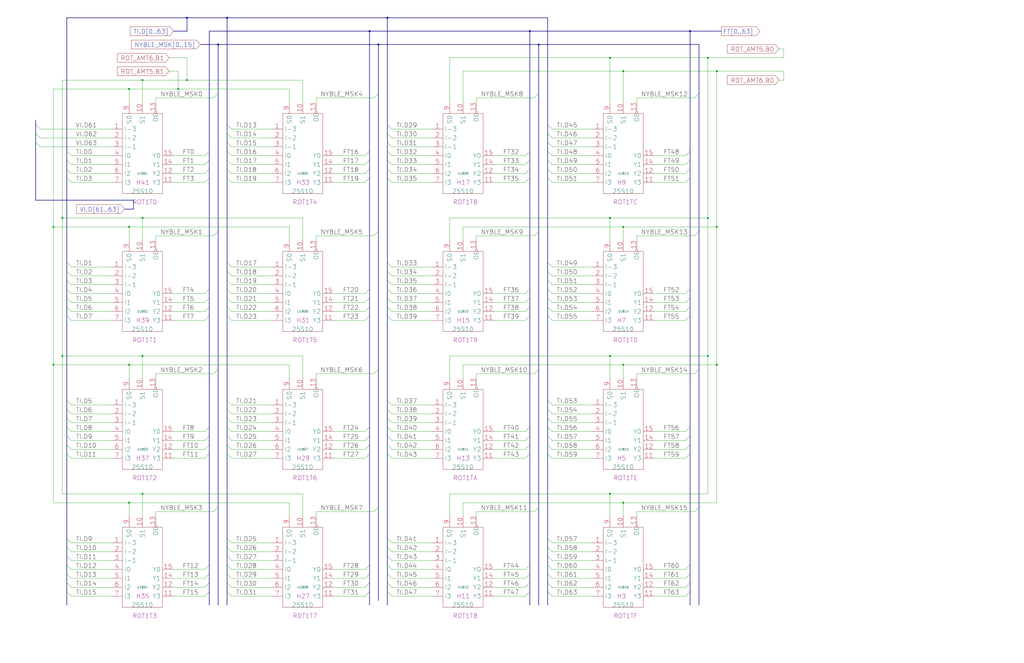
<source format=kicad_sch>
(kicad_sch (version 20220126) (generator eeschema)
  (paper "User" 584.2 378.46)
  (title_block (title "ROTATOR TIER1/TYPE HALF") (date "20-MAR-90") (rev "1.0") (comment 1 "FIU") (comment 2 "232-003065") (comment 3 "S400") (comment 4 "RELEASED"))
  (bus (pts (xy 106.68 10.16) (xy 129.54 10.16)))
  (bus (pts (xy 106.68 17.78) (xy 106.68 10.16)))
  (bus (pts (xy 114.3 25.4) (xy 124.46 25.4)))
  (bus (pts (xy 119.38 101.6) (xy 119.38 165.1)))
  (bus (pts (xy 119.38 165.1) (xy 119.38 170.18)))
  (bus (pts (xy 119.38 17.78) (xy 119.38 86.36)))
  (bus (pts (xy 119.38 17.78) (xy 210.82 17.78)))
  (bus (pts (xy 119.38 170.18) (xy 119.38 175.26)))
  (bus (pts (xy 119.38 175.26) (xy 119.38 180.34)))
  (bus (pts (xy 119.38 180.34) (xy 119.38 243.84)))
  (bus (pts (xy 119.38 243.84) (xy 119.38 248.92)))
  (bus (pts (xy 119.38 248.92) (xy 119.38 254)))
  (bus (pts (xy 119.38 254) (xy 119.38 259.08)))
  (bus (pts (xy 119.38 259.08) (xy 119.38 322.58)))
  (bus (pts (xy 119.38 322.58) (xy 119.38 327.66)))
  (bus (pts (xy 119.38 327.66) (xy 119.38 332.74)))
  (bus (pts (xy 119.38 332.74) (xy 119.38 337.82)))
  (bus (pts (xy 119.38 337.82) (xy 119.38 345.44)))
  (bus (pts (xy 119.38 86.36) (xy 119.38 91.44)))
  (bus (pts (xy 119.38 91.44) (xy 119.38 96.52)))
  (bus (pts (xy 119.38 96.52) (xy 119.38 101.6)))
  (bus (pts (xy 124.46 132.08) (xy 124.46 210.82)))
  (bus (pts (xy 124.46 210.82) (xy 124.46 289.56)))
  (bus (pts (xy 124.46 25.4) (xy 124.46 53.34)))
  (bus (pts (xy 124.46 25.4) (xy 215.9 25.4)))
  (bus (pts (xy 124.46 289.56) (xy 124.46 345.44)))
  (bus (pts (xy 124.46 53.34) (xy 124.46 132.08)))
  (bus (pts (xy 129.54 10.16) (xy 129.54 71.12)))
  (bus (pts (xy 129.54 10.16) (xy 220.98 10.16)))
  (bus (pts (xy 129.54 101.6) (xy 129.54 149.86)))
  (bus (pts (xy 129.54 149.86) (xy 129.54 154.94)))
  (bus (pts (xy 129.54 154.94) (xy 129.54 160.02)))
  (bus (pts (xy 129.54 160.02) (xy 129.54 165.1)))
  (bus (pts (xy 129.54 165.1) (xy 129.54 170.18)))
  (bus (pts (xy 129.54 170.18) (xy 129.54 175.26)))
  (bus (pts (xy 129.54 175.26) (xy 129.54 180.34)))
  (bus (pts (xy 129.54 180.34) (xy 129.54 228.6)))
  (bus (pts (xy 129.54 228.6) (xy 129.54 233.68)))
  (bus (pts (xy 129.54 233.68) (xy 129.54 238.76)))
  (bus (pts (xy 129.54 238.76) (xy 129.54 243.84)))
  (bus (pts (xy 129.54 243.84) (xy 129.54 248.92)))
  (bus (pts (xy 129.54 248.92) (xy 129.54 254)))
  (bus (pts (xy 129.54 254) (xy 129.54 259.08)))
  (bus (pts (xy 129.54 259.08) (xy 129.54 307.34)))
  (bus (pts (xy 129.54 307.34) (xy 129.54 312.42)))
  (bus (pts (xy 129.54 312.42) (xy 129.54 317.5)))
  (bus (pts (xy 129.54 317.5) (xy 129.54 322.58)))
  (bus (pts (xy 129.54 322.58) (xy 129.54 327.66)))
  (bus (pts (xy 129.54 327.66) (xy 129.54 332.74)))
  (bus (pts (xy 129.54 332.74) (xy 129.54 337.82)))
  (bus (pts (xy 129.54 337.82) (xy 129.54 345.44)))
  (bus (pts (xy 129.54 71.12) (xy 129.54 76.2)))
  (bus (pts (xy 129.54 76.2) (xy 129.54 81.28)))
  (bus (pts (xy 129.54 81.28) (xy 129.54 86.36)))
  (bus (pts (xy 129.54 86.36) (xy 129.54 91.44)))
  (bus (pts (xy 129.54 91.44) (xy 129.54 96.52)))
  (bus (pts (xy 129.54 96.52) (xy 129.54 101.6)))
  (bus (pts (xy 20.32 68.58) (xy 20.32 71.12)))
  (bus (pts (xy 20.32 71.12) (xy 20.32 76.2)))
  (bus (pts (xy 20.32 76.2) (xy 20.32 81.28)))
  (bus (pts (xy 20.32 81.28) (xy 20.32 114.3)))
  (bus (pts (xy 210.82 101.6) (xy 210.82 165.1)))
  (bus (pts (xy 210.82 165.1) (xy 210.82 170.18)))
  (bus (pts (xy 210.82 17.78) (xy 210.82 86.36)))
  (bus (pts (xy 210.82 17.78) (xy 302.26 17.78)))
  (bus (pts (xy 210.82 170.18) (xy 210.82 175.26)))
  (bus (pts (xy 210.82 175.26) (xy 210.82 180.34)))
  (bus (pts (xy 210.82 180.34) (xy 210.82 243.84)))
  (bus (pts (xy 210.82 243.84) (xy 210.82 248.92)))
  (bus (pts (xy 210.82 248.92) (xy 210.82 254)))
  (bus (pts (xy 210.82 254) (xy 210.82 259.08)))
  (bus (pts (xy 210.82 259.08) (xy 210.82 322.58)))
  (bus (pts (xy 210.82 322.58) (xy 210.82 327.66)))
  (bus (pts (xy 210.82 327.66) (xy 210.82 332.74)))
  (bus (pts (xy 210.82 332.74) (xy 210.82 337.82)))
  (bus (pts (xy 210.82 337.82) (xy 210.82 345.44)))
  (bus (pts (xy 210.82 86.36) (xy 210.82 91.44)))
  (bus (pts (xy 210.82 91.44) (xy 210.82 96.52)))
  (bus (pts (xy 210.82 96.52) (xy 210.82 101.6)))
  (bus (pts (xy 215.9 132.08) (xy 215.9 210.82)))
  (bus (pts (xy 215.9 210.82) (xy 215.9 289.56)))
  (bus (pts (xy 215.9 25.4) (xy 215.9 53.34)))
  (bus (pts (xy 215.9 25.4) (xy 307.34 25.4)))
  (bus (pts (xy 215.9 289.56) (xy 215.9 342.9)))
  (bus (pts (xy 215.9 53.34) (xy 215.9 132.08)))
  (bus (pts (xy 220.98 10.16) (xy 220.98 71.12)))
  (bus (pts (xy 220.98 10.16) (xy 312.42 10.16)))
  (bus (pts (xy 220.98 101.6) (xy 220.98 149.86)))
  (bus (pts (xy 220.98 149.86) (xy 220.98 154.94)))
  (bus (pts (xy 220.98 154.94) (xy 220.98 160.02)))
  (bus (pts (xy 220.98 160.02) (xy 220.98 165.1)))
  (bus (pts (xy 220.98 165.1) (xy 220.98 170.18)))
  (bus (pts (xy 220.98 170.18) (xy 220.98 175.26)))
  (bus (pts (xy 220.98 175.26) (xy 220.98 180.34)))
  (bus (pts (xy 220.98 180.34) (xy 220.98 228.6)))
  (bus (pts (xy 220.98 228.6) (xy 220.98 233.68)))
  (bus (pts (xy 220.98 233.68) (xy 220.98 238.76)))
  (bus (pts (xy 220.98 238.76) (xy 220.98 243.84)))
  (bus (pts (xy 220.98 243.84) (xy 220.98 248.92)))
  (bus (pts (xy 220.98 248.92) (xy 220.98 254)))
  (bus (pts (xy 220.98 254) (xy 220.98 259.08)))
  (bus (pts (xy 220.98 259.08) (xy 220.98 307.34)))
  (bus (pts (xy 220.98 307.34) (xy 220.98 312.42)))
  (bus (pts (xy 220.98 312.42) (xy 220.98 317.5)))
  (bus (pts (xy 220.98 317.5) (xy 220.98 322.58)))
  (bus (pts (xy 220.98 322.58) (xy 220.98 327.66)))
  (bus (pts (xy 220.98 327.66) (xy 220.98 332.74)))
  (bus (pts (xy 220.98 332.74) (xy 220.98 337.82)))
  (bus (pts (xy 220.98 337.82) (xy 220.98 345.44)))
  (bus (pts (xy 220.98 71.12) (xy 220.98 76.2)))
  (bus (pts (xy 220.98 76.2) (xy 220.98 81.28)))
  (bus (pts (xy 220.98 81.28) (xy 220.98 86.36)))
  (bus (pts (xy 220.98 86.36) (xy 220.98 91.44)))
  (bus (pts (xy 220.98 91.44) (xy 220.98 96.52)))
  (bus (pts (xy 220.98 96.52) (xy 220.98 101.6)))
  (bus (pts (xy 302.26 101.6) (xy 302.26 165.1)))
  (bus (pts (xy 302.26 165.1) (xy 302.26 170.18)))
  (bus (pts (xy 302.26 17.78) (xy 302.26 86.36)))
  (bus (pts (xy 302.26 17.78) (xy 393.7 17.78)))
  (bus (pts (xy 302.26 170.18) (xy 302.26 175.26)))
  (bus (pts (xy 302.26 175.26) (xy 302.26 180.34)))
  (bus (pts (xy 302.26 180.34) (xy 302.26 243.84)))
  (bus (pts (xy 302.26 243.84) (xy 302.26 248.92)))
  (bus (pts (xy 302.26 248.92) (xy 302.26 254)))
  (bus (pts (xy 302.26 254) (xy 302.26 259.08)))
  (bus (pts (xy 302.26 259.08) (xy 302.26 322.58)))
  (bus (pts (xy 302.26 322.58) (xy 302.26 327.66)))
  (bus (pts (xy 302.26 327.66) (xy 302.26 332.74)))
  (bus (pts (xy 302.26 332.74) (xy 302.26 337.82)))
  (bus (pts (xy 302.26 337.82) (xy 302.26 345.44)))
  (bus (pts (xy 302.26 86.36) (xy 302.26 91.44)))
  (bus (pts (xy 302.26 91.44) (xy 302.26 96.52)))
  (bus (pts (xy 302.26 96.52) (xy 302.26 101.6)))
  (bus (pts (xy 307.34 132.08) (xy 307.34 210.82)))
  (bus (pts (xy 307.34 210.82) (xy 307.34 289.56)))
  (bus (pts (xy 307.34 25.4) (xy 307.34 53.34)))
  (bus (pts (xy 307.34 25.4) (xy 398.78 25.4)))
  (bus (pts (xy 307.34 289.56) (xy 307.34 345.44)))
  (bus (pts (xy 307.34 53.34) (xy 307.34 132.08)))
  (bus (pts (xy 312.42 10.16) (xy 312.42 71.12)))
  (bus (pts (xy 312.42 101.6) (xy 312.42 149.86)))
  (bus (pts (xy 312.42 149.86) (xy 312.42 154.94)))
  (bus (pts (xy 312.42 154.94) (xy 312.42 160.02)))
  (bus (pts (xy 312.42 160.02) (xy 312.42 165.1)))
  (bus (pts (xy 312.42 165.1) (xy 312.42 170.18)))
  (bus (pts (xy 312.42 170.18) (xy 312.42 175.26)))
  (bus (pts (xy 312.42 175.26) (xy 312.42 180.34)))
  (bus (pts (xy 312.42 180.34) (xy 312.42 228.6)))
  (bus (pts (xy 312.42 228.6) (xy 312.42 233.68)))
  (bus (pts (xy 312.42 233.68) (xy 312.42 238.76)))
  (bus (pts (xy 312.42 238.76) (xy 312.42 243.84)))
  (bus (pts (xy 312.42 243.84) (xy 312.42 248.92)))
  (bus (pts (xy 312.42 248.92) (xy 312.42 254)))
  (bus (pts (xy 312.42 254) (xy 312.42 259.08)))
  (bus (pts (xy 312.42 259.08) (xy 312.42 307.34)))
  (bus (pts (xy 312.42 307.34) (xy 312.42 312.42)))
  (bus (pts (xy 312.42 312.42) (xy 312.42 317.5)))
  (bus (pts (xy 312.42 317.5) (xy 312.42 322.58)))
  (bus (pts (xy 312.42 322.58) (xy 312.42 327.66)))
  (bus (pts (xy 312.42 327.66) (xy 312.42 332.74)))
  (bus (pts (xy 312.42 332.74) (xy 312.42 337.82)))
  (bus (pts (xy 312.42 337.82) (xy 312.42 345.44)))
  (bus (pts (xy 312.42 71.12) (xy 312.42 76.2)))
  (bus (pts (xy 312.42 76.2) (xy 312.42 81.28)))
  (bus (pts (xy 312.42 81.28) (xy 312.42 86.36)))
  (bus (pts (xy 312.42 86.36) (xy 312.42 91.44)))
  (bus (pts (xy 312.42 91.44) (xy 312.42 96.52)))
  (bus (pts (xy 312.42 96.52) (xy 312.42 101.6)))
  (bus (pts (xy 38.1 10.16) (xy 106.68 10.16)))
  (bus (pts (xy 38.1 10.16) (xy 38.1 86.36)))
  (bus (pts (xy 38.1 101.6) (xy 38.1 149.86)))
  (bus (pts (xy 38.1 149.86) (xy 38.1 154.94)))
  (bus (pts (xy 38.1 154.94) (xy 38.1 160.02)))
  (bus (pts (xy 38.1 160.02) (xy 38.1 165.1)))
  (bus (pts (xy 38.1 165.1) (xy 38.1 170.18)))
  (bus (pts (xy 38.1 170.18) (xy 38.1 175.26)))
  (bus (pts (xy 38.1 175.26) (xy 38.1 180.34)))
  (bus (pts (xy 38.1 180.34) (xy 38.1 228.6)))
  (bus (pts (xy 38.1 228.6) (xy 38.1 233.68)))
  (bus (pts (xy 38.1 233.68) (xy 38.1 238.76)))
  (bus (pts (xy 38.1 238.76) (xy 38.1 243.84)))
  (bus (pts (xy 38.1 243.84) (xy 38.1 248.92)))
  (bus (pts (xy 38.1 248.92) (xy 38.1 254)))
  (bus (pts (xy 38.1 254) (xy 38.1 259.08)))
  (bus (pts (xy 38.1 259.08) (xy 38.1 307.34)))
  (bus (pts (xy 38.1 307.34) (xy 38.1 312.42)))
  (bus (pts (xy 38.1 312.42) (xy 38.1 317.5)))
  (bus (pts (xy 38.1 317.5) (xy 38.1 322.58)))
  (bus (pts (xy 38.1 322.58) (xy 38.1 327.66)))
  (bus (pts (xy 38.1 327.66) (xy 38.1 332.74)))
  (bus (pts (xy 38.1 332.74) (xy 38.1 337.82)))
  (bus (pts (xy 38.1 337.82) (xy 38.1 345.44)))
  (bus (pts (xy 38.1 86.36) (xy 38.1 91.44)))
  (bus (pts (xy 38.1 91.44) (xy 38.1 96.52)))
  (bus (pts (xy 38.1 96.52) (xy 38.1 101.6)))
  (bus (pts (xy 393.7 101.6) (xy 393.7 165.1)))
  (bus (pts (xy 393.7 165.1) (xy 393.7 170.18)))
  (bus (pts (xy 393.7 17.78) (xy 393.7 86.36)))
  (bus (pts (xy 393.7 17.78) (xy 411.48 17.78)))
  (bus (pts (xy 393.7 170.18) (xy 393.7 175.26)))
  (bus (pts (xy 393.7 175.26) (xy 393.7 180.34)))
  (bus (pts (xy 393.7 180.34) (xy 393.7 243.84)))
  (bus (pts (xy 393.7 243.84) (xy 393.7 248.92)))
  (bus (pts (xy 393.7 248.92) (xy 393.7 254)))
  (bus (pts (xy 393.7 254) (xy 393.7 259.08)))
  (bus (pts (xy 393.7 259.08) (xy 393.7 322.58)))
  (bus (pts (xy 393.7 322.58) (xy 393.7 327.66)))
  (bus (pts (xy 393.7 327.66) (xy 393.7 332.74)))
  (bus (pts (xy 393.7 332.74) (xy 393.7 337.82)))
  (bus (pts (xy 393.7 337.82) (xy 393.7 345.44)))
  (bus (pts (xy 393.7 86.36) (xy 393.7 91.44)))
  (bus (pts (xy 393.7 91.44) (xy 393.7 96.52)))
  (bus (pts (xy 393.7 96.52) (xy 393.7 101.6)))
  (bus (pts (xy 398.78 132.08) (xy 398.78 210.82)))
  (bus (pts (xy 398.78 210.82) (xy 398.78 289.56)))
  (bus (pts (xy 398.78 25.4) (xy 398.78 53.34)))
  (bus (pts (xy 398.78 289.56) (xy 398.78 345.44)))
  (bus (pts (xy 398.78 53.34) (xy 398.78 132.08)))
  (bus (pts (xy 71.12 119.38) (xy 76.2 119.38)))
  (bus (pts (xy 76.2 114.3) (xy 20.32 114.3)))
  (bus (pts (xy 76.2 119.38) (xy 76.2 114.3)))
  (bus (pts (xy 99.06 17.78) (xy 106.68 17.78)))
  (wire (pts (xy 101.6 40.64) (xy 101.6 50.8)))
  (wire (pts (xy 101.6 50.8) (xy 165.1 50.8)))
  (wire (pts (xy 106.68 33.02) (xy 106.68 45.72)))
  (wire (pts (xy 106.68 45.72) (xy 172.72 45.72)))
  (wire (pts (xy 132.08 104.14) (xy 154.94 104.14)))
  (wire (pts (xy 132.08 152.4) (xy 154.94 152.4)))
  (wire (pts (xy 132.08 157.48) (xy 154.94 157.48)))
  (wire (pts (xy 132.08 162.56) (xy 154.94 162.56)))
  (wire (pts (xy 132.08 167.64) (xy 154.94 167.64)))
  (wire (pts (xy 132.08 172.72) (xy 154.94 172.72)))
  (wire (pts (xy 132.08 177.8) (xy 154.94 177.8)))
  (wire (pts (xy 132.08 182.88) (xy 154.94 182.88)))
  (wire (pts (xy 132.08 231.14) (xy 154.94 231.14)))
  (wire (pts (xy 132.08 236.22) (xy 154.94 236.22)))
  (wire (pts (xy 132.08 241.3) (xy 154.94 241.3)))
  (wire (pts (xy 132.08 246.38) (xy 154.94 246.38)))
  (wire (pts (xy 132.08 251.46) (xy 154.94 251.46)))
  (wire (pts (xy 132.08 256.54) (xy 154.94 256.54)))
  (wire (pts (xy 132.08 261.62) (xy 154.94 261.62)))
  (wire (pts (xy 132.08 309.88) (xy 154.94 309.88)))
  (wire (pts (xy 132.08 314.96) (xy 154.94 314.96)))
  (wire (pts (xy 132.08 320.04) (xy 154.94 320.04)))
  (wire (pts (xy 132.08 325.12) (xy 154.94 325.12)))
  (wire (pts (xy 132.08 330.2) (xy 154.94 330.2)))
  (wire (pts (xy 132.08 335.28) (xy 154.94 335.28)))
  (wire (pts (xy 132.08 340.36) (xy 154.94 340.36)))
  (wire (pts (xy 132.08 73.66) (xy 154.94 73.66)))
  (wire (pts (xy 132.08 78.74) (xy 154.94 78.74)))
  (wire (pts (xy 132.08 83.82) (xy 154.94 83.82)))
  (wire (pts (xy 132.08 88.9) (xy 154.94 88.9)))
  (wire (pts (xy 132.08 93.98) (xy 154.94 93.98)))
  (wire (pts (xy 132.08 99.06) (xy 154.94 99.06)))
  (wire (pts (xy 165.1 129.54) (xy 165.1 137.16)))
  (wire (pts (xy 165.1 208.28) (xy 165.1 215.9)))
  (wire (pts (xy 165.1 287.02) (xy 165.1 294.64)))
  (wire (pts (xy 165.1 50.8) (xy 165.1 58.42)))
  (wire (pts (xy 172.72 124.46) (xy 172.72 137.16)))
  (wire (pts (xy 172.72 203.2) (xy 172.72 215.9)))
  (wire (pts (xy 172.72 281.94) (xy 172.72 294.64)))
  (wire (pts (xy 172.72 45.72) (xy 172.72 58.42)))
  (wire (pts (xy 180.34 134.62) (xy 180.34 137.16)))
  (wire (pts (xy 180.34 134.62) (xy 213.36 134.62)))
  (wire (pts (xy 180.34 213.36) (xy 180.34 215.9)))
  (wire (pts (xy 180.34 213.36) (xy 213.36 213.36)))
  (wire (pts (xy 180.34 292.1) (xy 180.34 294.64)))
  (wire (pts (xy 180.34 292.1) (xy 213.36 292.1)))
  (wire (pts (xy 180.34 55.88) (xy 180.34 58.42)))
  (wire (pts (xy 180.34 55.88) (xy 213.36 55.88)))
  (wire (pts (xy 190.5 104.14) (xy 208.28 104.14)))
  (wire (pts (xy 190.5 167.64) (xy 208.28 167.64)))
  (wire (pts (xy 190.5 172.72) (xy 208.28 172.72)))
  (wire (pts (xy 190.5 177.8) (xy 208.28 177.8)))
  (wire (pts (xy 190.5 182.88) (xy 208.28 182.88)))
  (wire (pts (xy 190.5 246.38) (xy 208.28 246.38)))
  (wire (pts (xy 190.5 251.46) (xy 208.28 251.46)))
  (wire (pts (xy 190.5 256.54) (xy 208.28 256.54)))
  (wire (pts (xy 190.5 261.62) (xy 208.28 261.62)))
  (wire (pts (xy 190.5 325.12) (xy 208.28 325.12)))
  (wire (pts (xy 190.5 330.2) (xy 208.28 330.2)))
  (wire (pts (xy 190.5 335.28) (xy 208.28 335.28)))
  (wire (pts (xy 190.5 340.36) (xy 208.28 340.36)))
  (wire (pts (xy 190.5 88.9) (xy 208.28 88.9)))
  (wire (pts (xy 190.5 93.98) (xy 208.28 93.98)))
  (wire (pts (xy 190.5 99.06) (xy 208.28 99.06)))
  (wire (pts (xy 22.86 73.66) (xy 63.5 73.66)))
  (wire (pts (xy 22.86 78.74) (xy 63.5 78.74)))
  (wire (pts (xy 22.86 83.82) (xy 63.5 83.82)))
  (wire (pts (xy 223.52 104.14) (xy 246.38 104.14)))
  (wire (pts (xy 223.52 152.4) (xy 246.38 152.4)))
  (wire (pts (xy 223.52 157.48) (xy 246.38 157.48)))
  (wire (pts (xy 223.52 162.56) (xy 246.38 162.56)))
  (wire (pts (xy 223.52 167.64) (xy 246.38 167.64)))
  (wire (pts (xy 223.52 172.72) (xy 246.38 172.72)))
  (wire (pts (xy 223.52 177.8) (xy 246.38 177.8)))
  (wire (pts (xy 223.52 182.88) (xy 246.38 182.88)))
  (wire (pts (xy 223.52 231.14) (xy 246.38 231.14)))
  (wire (pts (xy 223.52 236.22) (xy 246.38 236.22)))
  (wire (pts (xy 223.52 241.3) (xy 246.38 241.3)))
  (wire (pts (xy 223.52 246.38) (xy 246.38 246.38)))
  (wire (pts (xy 223.52 251.46) (xy 246.38 251.46)))
  (wire (pts (xy 223.52 256.54) (xy 246.38 256.54)))
  (wire (pts (xy 223.52 261.62) (xy 246.38 261.62)))
  (wire (pts (xy 223.52 309.88) (xy 246.38 309.88)))
  (wire (pts (xy 223.52 314.96) (xy 246.38 314.96)))
  (wire (pts (xy 223.52 320.04) (xy 246.38 320.04)))
  (wire (pts (xy 223.52 325.12) (xy 246.38 325.12)))
  (wire (pts (xy 223.52 330.2) (xy 246.38 330.2)))
  (wire (pts (xy 223.52 335.28) (xy 246.38 335.28)))
  (wire (pts (xy 223.52 340.36) (xy 246.38 340.36)))
  (wire (pts (xy 223.52 73.66) (xy 246.38 73.66)))
  (wire (pts (xy 223.52 78.74) (xy 246.38 78.74)))
  (wire (pts (xy 223.52 83.82) (xy 246.38 83.82)))
  (wire (pts (xy 223.52 88.9) (xy 246.38 88.9)))
  (wire (pts (xy 223.52 93.98) (xy 246.38 93.98)))
  (wire (pts (xy 223.52 99.06) (xy 246.38 99.06)))
  (wire (pts (xy 256.54 124.46) (xy 256.54 137.16)))
  (wire (pts (xy 256.54 124.46) (xy 347.98 124.46)))
  (wire (pts (xy 256.54 203.2) (xy 256.54 215.9)))
  (wire (pts (xy 256.54 281.94) (xy 256.54 294.64)))
  (wire (pts (xy 256.54 281.94) (xy 347.98 281.94)))
  (wire (pts (xy 256.54 33.02) (xy 256.54 58.42)))
  (wire (pts (xy 256.54 33.02) (xy 347.98 33.02)))
  (wire (pts (xy 264.16 129.54) (xy 264.16 137.16)))
  (wire (pts (xy 264.16 129.54) (xy 355.6 129.54)))
  (wire (pts (xy 264.16 208.28) (xy 264.16 215.9)))
  (wire (pts (xy 264.16 287.02) (xy 264.16 294.64)))
  (wire (pts (xy 264.16 287.02) (xy 355.6 287.02)))
  (wire (pts (xy 264.16 40.64) (xy 264.16 58.42)))
  (wire (pts (xy 264.16 40.64) (xy 355.6 40.64)))
  (wire (pts (xy 271.78 134.62) (xy 271.78 137.16)))
  (wire (pts (xy 271.78 134.62) (xy 304.8 134.62)))
  (wire (pts (xy 271.78 213.36) (xy 271.78 215.9)))
  (wire (pts (xy 271.78 213.36) (xy 304.8 213.36)))
  (wire (pts (xy 271.78 292.1) (xy 271.78 294.64)))
  (wire (pts (xy 271.78 292.1) (xy 304.8 292.1)))
  (wire (pts (xy 271.78 55.88) (xy 271.78 58.42)))
  (wire (pts (xy 271.78 55.88) (xy 304.8 55.88)))
  (wire (pts (xy 281.94 104.14) (xy 299.72 104.14)))
  (wire (pts (xy 281.94 167.64) (xy 299.72 167.64)))
  (wire (pts (xy 281.94 172.72) (xy 299.72 172.72)))
  (wire (pts (xy 281.94 177.8) (xy 299.72 177.8)))
  (wire (pts (xy 281.94 182.88) (xy 299.72 182.88)))
  (wire (pts (xy 281.94 246.38) (xy 299.72 246.38)))
  (wire (pts (xy 281.94 251.46) (xy 299.72 251.46)))
  (wire (pts (xy 281.94 256.54) (xy 299.72 256.54)))
  (wire (pts (xy 281.94 261.62) (xy 299.72 261.62)))
  (wire (pts (xy 281.94 325.12) (xy 299.72 325.12)))
  (wire (pts (xy 281.94 330.2) (xy 299.72 330.2)))
  (wire (pts (xy 281.94 335.28) (xy 299.72 335.28)))
  (wire (pts (xy 281.94 340.36) (xy 299.72 340.36)))
  (wire (pts (xy 281.94 88.9) (xy 299.72 88.9)))
  (wire (pts (xy 281.94 93.98) (xy 299.72 93.98)))
  (wire (pts (xy 281.94 99.06) (xy 299.72 99.06)))
  (wire (pts (xy 30.48 129.54) (xy 30.48 50.8)))
  (wire (pts (xy 30.48 129.54) (xy 73.66 129.54)))
  (wire (pts (xy 30.48 208.28) (xy 30.48 129.54)))
  (wire (pts (xy 30.48 208.28) (xy 73.66 208.28)))
  (wire (pts (xy 30.48 287.02) (xy 30.48 208.28)))
  (wire (pts (xy 30.48 50.8) (xy 73.66 50.8)))
  (wire (pts (xy 314.96 104.14) (xy 337.82 104.14)))
  (wire (pts (xy 314.96 152.4) (xy 337.82 152.4)))
  (wire (pts (xy 314.96 157.48) (xy 337.82 157.48)))
  (wire (pts (xy 314.96 162.56) (xy 337.82 162.56)))
  (wire (pts (xy 314.96 167.64) (xy 337.82 167.64)))
  (wire (pts (xy 314.96 172.72) (xy 337.82 172.72)))
  (wire (pts (xy 314.96 177.8) (xy 337.82 177.8)))
  (wire (pts (xy 314.96 182.88) (xy 337.82 182.88)))
  (wire (pts (xy 314.96 231.14) (xy 337.82 231.14)))
  (wire (pts (xy 314.96 236.22) (xy 337.82 236.22)))
  (wire (pts (xy 314.96 241.3) (xy 337.82 241.3)))
  (wire (pts (xy 314.96 246.38) (xy 337.82 246.38)))
  (wire (pts (xy 314.96 251.46) (xy 337.82 251.46)))
  (wire (pts (xy 314.96 256.54) (xy 337.82 256.54)))
  (wire (pts (xy 314.96 261.62) (xy 337.82 261.62)))
  (wire (pts (xy 314.96 309.88) (xy 337.82 309.88)))
  (wire (pts (xy 314.96 314.96) (xy 337.82 314.96)))
  (wire (pts (xy 314.96 320.04) (xy 337.82 320.04)))
  (wire (pts (xy 314.96 325.12) (xy 337.82 325.12)))
  (wire (pts (xy 314.96 330.2) (xy 337.82 330.2)))
  (wire (pts (xy 314.96 335.28) (xy 337.82 335.28)))
  (wire (pts (xy 314.96 340.36) (xy 337.82 340.36)))
  (wire (pts (xy 314.96 73.66) (xy 337.82 73.66)))
  (wire (pts (xy 314.96 78.74) (xy 337.82 78.74)))
  (wire (pts (xy 314.96 83.82) (xy 337.82 83.82)))
  (wire (pts (xy 314.96 88.9) (xy 337.82 88.9)))
  (wire (pts (xy 314.96 93.98) (xy 337.82 93.98)))
  (wire (pts (xy 314.96 99.06) (xy 337.82 99.06)))
  (wire (pts (xy 347.98 124.46) (xy 347.98 137.16)))
  (wire (pts (xy 347.98 124.46) (xy 403.86 124.46)))
  (wire (pts (xy 347.98 203.2) (xy 256.54 203.2)))
  (wire (pts (xy 347.98 203.2) (xy 347.98 215.9)))
  (wire (pts (xy 347.98 281.94) (xy 347.98 294.64)))
  (wire (pts (xy 347.98 281.94) (xy 403.86 281.94)))
  (wire (pts (xy 347.98 33.02) (xy 347.98 58.42)))
  (wire (pts (xy 347.98 33.02) (xy 403.86 33.02)))
  (wire (pts (xy 35.56 124.46) (xy 35.56 45.72)))
  (wire (pts (xy 35.56 124.46) (xy 81.28 124.46)))
  (wire (pts (xy 35.56 203.2) (xy 35.56 124.46)))
  (wire (pts (xy 35.56 203.2) (xy 81.28 203.2)))
  (wire (pts (xy 35.56 281.94) (xy 35.56 203.2)))
  (wire (pts (xy 35.56 45.72) (xy 81.28 45.72)))
  (wire (pts (xy 355.6 129.54) (xy 355.6 137.16)))
  (wire (pts (xy 355.6 129.54) (xy 408.94 129.54)))
  (wire (pts (xy 355.6 208.28) (xy 264.16 208.28)))
  (wire (pts (xy 355.6 208.28) (xy 355.6 215.9)))
  (wire (pts (xy 355.6 287.02) (xy 355.6 294.64)))
  (wire (pts (xy 355.6 287.02) (xy 408.94 287.02)))
  (wire (pts (xy 355.6 40.64) (xy 355.6 58.42)))
  (wire (pts (xy 355.6 40.64) (xy 408.94 40.64)))
  (wire (pts (xy 363.22 134.62) (xy 363.22 137.16)))
  (wire (pts (xy 363.22 134.62) (xy 396.24 134.62)))
  (wire (pts (xy 363.22 213.36) (xy 363.22 215.9)))
  (wire (pts (xy 363.22 213.36) (xy 396.24 213.36)))
  (wire (pts (xy 363.22 292.1) (xy 363.22 294.64)))
  (wire (pts (xy 363.22 292.1) (xy 396.24 292.1)))
  (wire (pts (xy 363.22 55.88) (xy 363.22 58.42)))
  (wire (pts (xy 363.22 55.88) (xy 396.24 55.88)))
  (wire (pts (xy 373.38 104.14) (xy 391.16 104.14)))
  (wire (pts (xy 373.38 167.64) (xy 391.16 167.64)))
  (wire (pts (xy 373.38 172.72) (xy 391.16 172.72)))
  (wire (pts (xy 373.38 177.8) (xy 391.16 177.8)))
  (wire (pts (xy 373.38 182.88) (xy 391.16 182.88)))
  (wire (pts (xy 373.38 246.38) (xy 391.16 246.38)))
  (wire (pts (xy 373.38 251.46) (xy 391.16 251.46)))
  (wire (pts (xy 373.38 256.54) (xy 391.16 256.54)))
  (wire (pts (xy 373.38 261.62) (xy 391.16 261.62)))
  (wire (pts (xy 373.38 325.12) (xy 391.16 325.12)))
  (wire (pts (xy 373.38 330.2) (xy 391.16 330.2)))
  (wire (pts (xy 373.38 335.28) (xy 391.16 335.28)))
  (wire (pts (xy 373.38 340.36) (xy 391.16 340.36)))
  (wire (pts (xy 373.38 88.9) (xy 391.16 88.9)))
  (wire (pts (xy 373.38 93.98) (xy 391.16 93.98)))
  (wire (pts (xy 373.38 99.06) (xy 391.16 99.06)))
  (wire (pts (xy 40.64 104.14) (xy 63.5 104.14)))
  (wire (pts (xy 40.64 152.4) (xy 63.5 152.4)))
  (wire (pts (xy 40.64 157.48) (xy 63.5 157.48)))
  (wire (pts (xy 40.64 162.56) (xy 63.5 162.56)))
  (wire (pts (xy 40.64 167.64) (xy 63.5 167.64)))
  (wire (pts (xy 40.64 172.72) (xy 63.5 172.72)))
  (wire (pts (xy 40.64 177.8) (xy 63.5 177.8)))
  (wire (pts (xy 40.64 182.88) (xy 63.5 182.88)))
  (wire (pts (xy 40.64 231.14) (xy 63.5 231.14)))
  (wire (pts (xy 40.64 236.22) (xy 63.5 236.22)))
  (wire (pts (xy 40.64 241.3) (xy 63.5 241.3)))
  (wire (pts (xy 40.64 246.38) (xy 63.5 246.38)))
  (wire (pts (xy 40.64 251.46) (xy 63.5 251.46)))
  (wire (pts (xy 40.64 256.54) (xy 63.5 256.54)))
  (wire (pts (xy 40.64 261.62) (xy 63.5 261.62)))
  (wire (pts (xy 40.64 309.88) (xy 63.5 309.88)))
  (wire (pts (xy 40.64 314.96) (xy 63.5 314.96)))
  (wire (pts (xy 40.64 320.04) (xy 63.5 320.04)))
  (wire (pts (xy 40.64 325.12) (xy 63.5 325.12)))
  (wire (pts (xy 40.64 330.2) (xy 63.5 330.2)))
  (wire (pts (xy 40.64 335.28) (xy 63.5 335.28)))
  (wire (pts (xy 40.64 340.36) (xy 63.5 340.36)))
  (wire (pts (xy 40.64 88.9) (xy 63.5 88.9)))
  (wire (pts (xy 40.64 93.98) (xy 63.5 93.98)))
  (wire (pts (xy 40.64 99.06) (xy 63.5 99.06)))
  (wire (pts (xy 403.86 124.46) (xy 403.86 203.2)))
  (wire (pts (xy 403.86 203.2) (xy 347.98 203.2)))
  (wire (pts (xy 403.86 281.94) (xy 403.86 203.2)))
  (wire (pts (xy 403.86 33.02) (xy 403.86 124.46)))
  (wire (pts (xy 408.94 129.54) (xy 408.94 208.28)))
  (wire (pts (xy 408.94 208.28) (xy 355.6 208.28)))
  (wire (pts (xy 408.94 287.02) (xy 408.94 208.28)))
  (wire (pts (xy 408.94 40.64) (xy 408.94 129.54)))
  (wire (pts (xy 444.5 27.94) (xy 447.04 27.94)))
  (wire (pts (xy 444.5 45.72) (xy 447.04 45.72)))
  (wire (pts (xy 447.04 27.94) (xy 447.04 33.02)))
  (wire (pts (xy 447.04 33.02) (xy 403.86 33.02)))
  (wire (pts (xy 447.04 40.64) (xy 408.94 40.64)))
  (wire (pts (xy 447.04 45.72) (xy 447.04 40.64)))
  (wire (pts (xy 73.66 129.54) (xy 165.1 129.54)))
  (wire (pts (xy 73.66 129.54) (xy 73.66 137.16)))
  (wire (pts (xy 73.66 208.28) (xy 165.1 208.28)))
  (wire (pts (xy 73.66 208.28) (xy 73.66 215.9)))
  (wire (pts (xy 73.66 287.02) (xy 165.1 287.02)))
  (wire (pts (xy 73.66 287.02) (xy 30.48 287.02)))
  (wire (pts (xy 73.66 287.02) (xy 73.66 294.64)))
  (wire (pts (xy 73.66 50.8) (xy 101.6 50.8)))
  (wire (pts (xy 73.66 50.8) (xy 73.66 58.42)))
  (wire (pts (xy 81.28 124.46) (xy 172.72 124.46)))
  (wire (pts (xy 81.28 124.46) (xy 81.28 137.16)))
  (wire (pts (xy 81.28 203.2) (xy 172.72 203.2)))
  (wire (pts (xy 81.28 203.2) (xy 81.28 215.9)))
  (wire (pts (xy 81.28 281.94) (xy 172.72 281.94)))
  (wire (pts (xy 81.28 281.94) (xy 35.56 281.94)))
  (wire (pts (xy 81.28 281.94) (xy 81.28 294.64)))
  (wire (pts (xy 81.28 45.72) (xy 106.68 45.72)))
  (wire (pts (xy 81.28 45.72) (xy 81.28 58.42)))
  (wire (pts (xy 88.9 134.62) (xy 121.92 134.62)))
  (wire (pts (xy 88.9 134.62) (xy 88.9 137.16)))
  (wire (pts (xy 88.9 213.36) (xy 121.92 213.36)))
  (wire (pts (xy 88.9 213.36) (xy 88.9 215.9)))
  (wire (pts (xy 88.9 292.1) (xy 121.92 292.1)))
  (wire (pts (xy 88.9 292.1) (xy 88.9 294.64)))
  (wire (pts (xy 88.9 55.88) (xy 121.92 55.88)))
  (wire (pts (xy 88.9 55.88) (xy 88.9 58.42)))
  (wire (pts (xy 96.52 33.02) (xy 106.68 33.02)))
  (wire (pts (xy 96.52 40.64) (xy 101.6 40.64)))
  (wire (pts (xy 99.06 104.14) (xy 116.84 104.14)))
  (wire (pts (xy 99.06 167.64) (xy 116.84 167.64)))
  (wire (pts (xy 99.06 172.72) (xy 116.84 172.72)))
  (wire (pts (xy 99.06 177.8) (xy 116.84 177.8)))
  (wire (pts (xy 99.06 182.88) (xy 116.84 182.88)))
  (wire (pts (xy 99.06 246.38) (xy 116.84 246.38)))
  (wire (pts (xy 99.06 251.46) (xy 116.84 251.46)))
  (wire (pts (xy 99.06 256.54) (xy 116.84 256.54)))
  (wire (pts (xy 99.06 261.62) (xy 116.84 261.62)))
  (wire (pts (xy 99.06 325.12) (xy 116.84 325.12)))
  (wire (pts (xy 99.06 330.2) (xy 116.84 330.2)))
  (wire (pts (xy 99.06 335.28) (xy 116.84 335.28)))
  (wire (pts (xy 99.06 340.36) (xy 116.84 340.36)))
  (wire (pts (xy 99.06 88.9) (xy 116.84 88.9)))
  (wire (pts (xy 99.06 93.98) (xy 116.84 93.98)))
  (wire (pts (xy 99.06 99.06) (xy 116.84 99.06)))
  (bus_entry (at 20.32 71.12) (size 2.54 2.54))
  (bus_entry (at 20.32 76.2) (size 2.54 2.54))
  (bus_entry (at 20.32 81.28) (size 2.54 2.54))
  (junction (at 30.48 129.54))
  (junction (at 30.48 208.28))
  (junction (at 35.56 124.46))
  (junction (at 35.56 203.2))
  (bus_entry (at 38.1 86.36) (size 2.54 2.54))
  (bus_entry (at 38.1 91.44) (size 2.54 2.54))
  (bus_entry (at 38.1 96.52) (size 2.54 2.54))
  (bus_entry (at 38.1 101.6) (size 2.54 2.54))
  (bus_entry (at 38.1 149.86) (size 2.54 2.54))
  (bus_entry (at 38.1 154.94) (size 2.54 2.54))
  (bus_entry (at 38.1 160.02) (size 2.54 2.54))
  (bus_entry (at 38.1 165.1) (size 2.54 2.54))
  (bus_entry (at 38.1 170.18) (size 2.54 2.54))
  (bus_entry (at 38.1 175.26) (size 2.54 2.54))
  (bus_entry (at 38.1 180.34) (size 2.54 2.54))
  (bus_entry (at 38.1 228.6) (size 2.54 2.54))
  (bus_entry (at 38.1 233.68) (size 2.54 2.54))
  (bus_entry (at 38.1 238.76) (size 2.54 2.54))
  (bus_entry (at 38.1 243.84) (size 2.54 2.54))
  (bus_entry (at 38.1 248.92) (size 2.54 2.54))
  (bus_entry (at 38.1 254) (size 2.54 2.54))
  (bus_entry (at 38.1 259.08) (size 2.54 2.54))
  (bus_entry (at 38.1 307.34) (size 2.54 2.54))
  (bus_entry (at 38.1 312.42) (size 2.54 2.54))
  (bus_entry (at 38.1 317.5) (size 2.54 2.54))
  (bus_entry (at 38.1 322.58) (size 2.54 2.54))
  (bus_entry (at 38.1 327.66) (size 2.54 2.54))
  (bus_entry (at 38.1 332.74) (size 2.54 2.54))
  (bus_entry (at 38.1 337.82) (size 2.54 2.54))
  (label "VI.D61" (at 43.18 73.66 0) (effects (font (size 2.54 2.54))))
  (label "VI.D62" (at 43.18 78.74 0) (effects (font (size 2.54 2.54))))
  (label "VI.D63" (at 43.18 83.82 0) (effects (font (size 2.54 2.54))))
  (label "TI.D0" (at 43.18 88.9 0) (effects (font (size 2.54 2.54))))
  (label "TI.D1" (at 43.18 93.98 0) (effects (font (size 2.54 2.54))))
  (label "TI.D2" (at 43.18 99.06 0) (effects (font (size 2.54 2.54))))
  (label "TI.D3" (at 43.18 104.14 0) (effects (font (size 2.54 2.54))))
  (label "TI.D1" (at 43.18 152.4 0) (effects (font (size 2.54 2.54))))
  (label "TI.D2" (at 43.18 157.48 0) (effects (font (size 2.54 2.54))))
  (label "TI.D3" (at 43.18 162.56 0) (effects (font (size 2.54 2.54))))
  (label "TI.D4" (at 43.18 167.64 0) (effects (font (size 2.54 2.54))))
  (label "TI.D5" (at 43.18 172.72 0) (effects (font (size 2.54 2.54))))
  (label "TI.D6" (at 43.18 177.8 0) (effects (font (size 2.54 2.54))))
  (label "TI.D7" (at 43.18 182.88 0) (effects (font (size 2.54 2.54))))
  (label "TI.D5" (at 43.18 231.14 0) (effects (font (size 2.54 2.54))))
  (label "TI.D6" (at 43.18 236.22 0) (effects (font (size 2.54 2.54))))
  (label "TI.D7" (at 43.18 241.3 0) (effects (font (size 2.54 2.54))))
  (label "TI.D8" (at 43.18 246.38 0) (effects (font (size 2.54 2.54))))
  (label "TI.D9" (at 43.18 251.46 0) (effects (font (size 2.54 2.54))))
  (label "TI.D10" (at 43.18 256.54 0) (effects (font (size 2.54 2.54))))
  (label "TI.D11" (at 43.18 261.62 0) (effects (font (size 2.54 2.54))))
  (label "TI.D9" (at 43.18 309.88 0) (effects (font (size 2.54 2.54))))
  (label "TI.D10" (at 43.18 314.96 0) (effects (font (size 2.54 2.54))))
  (label "TI.D11" (at 43.18 320.04 0) (effects (font (size 2.54 2.54))))
  (label "TI.D12" (at 43.18 325.12 0) (effects (font (size 2.54 2.54))))
  (label "TI.D13" (at 43.18 330.2 0) (effects (font (size 2.54 2.54))))
  (label "TI.D14" (at 43.18 335.28 0) (effects (font (size 2.54 2.54))))
  (label "TI.D15" (at 43.18 340.36 0) (effects (font (size 2.54 2.54))))
  (global_label "VI.D[61..63]" (shape input) (at 71.12 119.38 180) (effects (font (size 2.54 2.54))) (property "Intersheet References" "${INTERSHEET_REFS}" (at 43.6759 119.2213 0) (effects (font (size 1.905 1.905)) (justify right))))
  (junction (at 73.66 50.8))
  (junction (at 73.66 129.54))
  (junction (at 73.66 208.28))
  (junction (at 73.66 287.02))
  (symbol (lib_id "r1000:25S10") (at 78.74 104.14 0) (unit 1)
    (property "Reference" "U1801" (at 81.28 99.06 0))
    (property "Value" "25S10" (at 74.93 109.22 0) (effects (font (size 2.54 2.54)) (justify left)))
    (property "Location" "H41" (at 77.47 104.14 0) (effects (font (size 2.54 2.54)) (justify left)))
    (property "Name" "ROT1T0" (at 82.55 116.84 0) (effects (font (size 2.54 2.54)) (justify bottom)))
  )
  (symbol (lib_id "r1000:25S10") (at 78.74 182.88 0) (unit 1)
    (property "Reference" "U1802" (at 81.28 177.8 0))
    (property "Value" "25S10" (at 74.93 187.96 0) (effects (font (size 2.54 2.54)) (justify left)))
    (property "Location" "H39" (at 77.47 182.88 0) (effects (font (size 2.54 2.54)) (justify left)))
    (property "Name" "ROT1T1" (at 82.55 195.58 0) (effects (font (size 2.54 2.54)) (justify bottom)))
  )
  (symbol (lib_id "r1000:25S10") (at 78.74 261.62 0) (unit 1)
    (property "Reference" "U1803" (at 81.28 256.54 0))
    (property "Value" "25S10" (at 74.93 266.7 0) (effects (font (size 2.54 2.54)) (justify left)))
    (property "Location" "H37" (at 77.47 261.62 0) (effects (font (size 2.54 2.54)) (justify left)))
    (property "Name" "ROT1T2" (at 82.55 274.32 0) (effects (font (size 2.54 2.54)) (justify bottom)))
  )
  (symbol (lib_id "r1000:25S10") (at 78.74 340.36 0) (unit 1)
    (property "Reference" "U1804" (at 81.28 335.28 0))
    (property "Value" "25S10" (at 74.93 345.44 0) (effects (font (size 2.54 2.54)) (justify left)))
    (property "Location" "H35" (at 77.47 340.36 0) (effects (font (size 2.54 2.54)) (justify left)))
    (property "Name" "ROT1T3" (at 82.55 353.06 0) (effects (font (size 2.54 2.54)) (justify bottom)))
  )
  (junction (at 81.28 45.72))
  (junction (at 81.28 124.46))
  (junction (at 81.28 203.2))
  (junction (at 81.28 281.94))
  (label "NYBLE_MSK0" (at 91.44 55.88 0) (effects (font (size 2.54 2.54))))
  (label "NYBLE_MSK1" (at 91.44 134.62 0) (effects (font (size 2.54 2.54))))
  (label "NYBLE_MSK2" (at 91.44 213.36 0) (effects (font (size 2.54 2.54))))
  (label "NYBLE_MSK3" (at 91.44 292.1 0) (effects (font (size 2.54 2.54))))
  (global_label "ROT_AMT6.B1" (shape input) (at 96.52 33.02 180) (effects (font (size 2.54 2.54))) (property "Intersheet References" "${INTERSHEET_REFS}" (at 67.0197 32.8613 0) (effects (font (size 1.905 1.905)) (justify right))))
  (global_label "ROT_AMT5.B1" (shape input) (at 96.52 40.64 180) (effects (font (size 2.54 2.54))) (property "Intersheet References" "${INTERSHEET_REFS}" (at 67.0197 40.4813 0) (effects (font (size 1.905 1.905)) (justify right))))
  (global_label "TI.D[0..63]" (shape input) (at 99.06 17.78 180) (effects (font (size 2.54 2.54))) (property "Intersheet References" "${INTERSHEET_REFS}" (at 74.2769 17.6213 0) (effects (font (size 1.905 1.905)) (justify right))))
  (junction (at 101.6 50.8))
  (label "FT0" (at 104.14 88.9 0) (effects (font (size 2.54 2.54))))
  (label "FT1" (at 104.14 93.98 0) (effects (font (size 2.54 2.54))))
  (label "FT2" (at 104.14 99.06 0) (effects (font (size 2.54 2.54))))
  (label "FT3" (at 104.14 104.14 0) (effects (font (size 2.54 2.54))))
  (label "FT4" (at 104.14 167.64 0) (effects (font (size 2.54 2.54))))
  (label "FT5" (at 104.14 172.72 0) (effects (font (size 2.54 2.54))))
  (label "FT6" (at 104.14 177.8 0) (effects (font (size 2.54 2.54))))
  (label "FT7" (at 104.14 182.88 0) (effects (font (size 2.54 2.54))))
  (label "FT8" (at 104.14 246.38 0) (effects (font (size 2.54 2.54))))
  (label "FT9" (at 104.14 251.46 0) (effects (font (size 2.54 2.54))))
  (label "FT10" (at 104.14 256.54 0) (effects (font (size 2.54 2.54))))
  (label "FT11" (at 104.14 261.62 0) (effects (font (size 2.54 2.54))))
  (label "FT12" (at 104.14 325.12 0) (effects (font (size 2.54 2.54))))
  (label "FT13" (at 104.14 330.2 0) (effects (font (size 2.54 2.54))))
  (label "FT14" (at 104.14 335.28 0) (effects (font (size 2.54 2.54))))
  (label "FT15" (at 104.14 340.36 0) (effects (font (size 2.54 2.54))))
  (junction (at 106.68 10.16))
  (junction (at 106.68 45.72))
  (global_label "NYBLE_MSK[0..15]" (shape input) (at 114.3 25.4 180) (effects (font (size 2.54 2.54))) (property "Intersheet References" "${INTERSHEET_REFS}" (at 74.8816 25.2413 0) (effects (font (size 1.905 1.905)) (justify right))))
  (bus_entry (at 119.38 86.36) (size -2.54 2.54))
  (bus_entry (at 119.38 91.44) (size -2.54 2.54))
  (bus_entry (at 119.38 96.52) (size -2.54 2.54))
  (bus_entry (at 119.38 101.6) (size -2.54 2.54))
  (bus_entry (at 119.38 165.1) (size -2.54 2.54))
  (bus_entry (at 119.38 170.18) (size -2.54 2.54))
  (bus_entry (at 119.38 175.26) (size -2.54 2.54))
  (bus_entry (at 119.38 180.34) (size -2.54 2.54))
  (bus_entry (at 119.38 243.84) (size -2.54 2.54))
  (bus_entry (at 119.38 248.92) (size -2.54 2.54))
  (bus_entry (at 119.38 254) (size -2.54 2.54))
  (bus_entry (at 119.38 259.08) (size -2.54 2.54))
  (bus_entry (at 119.38 322.58) (size -2.54 2.54))
  (bus_entry (at 119.38 327.66) (size -2.54 2.54))
  (bus_entry (at 119.38 332.74) (size -2.54 2.54))
  (bus_entry (at 119.38 337.82) (size -2.54 2.54))
  (junction (at 124.46 25.4))
  (bus_entry (at 124.46 53.34) (size -2.54 2.54))
  (bus_entry (at 124.46 132.08) (size -2.54 2.54))
  (bus_entry (at 124.46 210.82) (size -2.54 2.54))
  (bus_entry (at 124.46 289.56) (size -2.54 2.54))
  (junction (at 129.54 10.16))
  (bus_entry (at 129.54 71.12) (size 2.54 2.54))
  (bus_entry (at 129.54 76.2) (size 2.54 2.54))
  (bus_entry (at 129.54 81.28) (size 2.54 2.54))
  (bus_entry (at 129.54 86.36) (size 2.54 2.54))
  (bus_entry (at 129.54 91.44) (size 2.54 2.54))
  (bus_entry (at 129.54 96.52) (size 2.54 2.54))
  (bus_entry (at 129.54 101.6) (size 2.54 2.54))
  (bus_entry (at 129.54 149.86) (size 2.54 2.54))
  (bus_entry (at 129.54 154.94) (size 2.54 2.54))
  (bus_entry (at 129.54 160.02) (size 2.54 2.54))
  (bus_entry (at 129.54 165.1) (size 2.54 2.54))
  (bus_entry (at 129.54 170.18) (size 2.54 2.54))
  (bus_entry (at 129.54 175.26) (size 2.54 2.54))
  (bus_entry (at 129.54 180.34) (size 2.54 2.54))
  (bus_entry (at 129.54 228.6) (size 2.54 2.54))
  (bus_entry (at 129.54 233.68) (size 2.54 2.54))
  (bus_entry (at 129.54 238.76) (size 2.54 2.54))
  (bus_entry (at 129.54 243.84) (size 2.54 2.54))
  (bus_entry (at 129.54 248.92) (size 2.54 2.54))
  (bus_entry (at 129.54 254) (size 2.54 2.54))
  (bus_entry (at 129.54 259.08) (size 2.54 2.54))
  (bus_entry (at 129.54 307.34) (size 2.54 2.54))
  (bus_entry (at 129.54 312.42) (size 2.54 2.54))
  (bus_entry (at 129.54 317.5) (size 2.54 2.54))
  (bus_entry (at 129.54 322.58) (size 2.54 2.54))
  (bus_entry (at 129.54 327.66) (size 2.54 2.54))
  (bus_entry (at 129.54 332.74) (size 2.54 2.54))
  (bus_entry (at 129.54 337.82) (size 2.54 2.54))
  (label "TI.D13" (at 134.62 73.66 0) (effects (font (size 2.54 2.54))))
  (label "TI.D14" (at 134.62 78.74 0) (effects (font (size 2.54 2.54))))
  (label "TI.D15" (at 134.62 83.82 0) (effects (font (size 2.54 2.54))))
  (label "TI.D16" (at 134.62 88.9 0) (effects (font (size 2.54 2.54))))
  (label "TI.D17" (at 134.62 93.98 0) (effects (font (size 2.54 2.54))))
  (label "TI.D18" (at 134.62 99.06 0) (effects (font (size 2.54 2.54))))
  (label "TI.D19" (at 134.62 104.14 0) (effects (font (size 2.54 2.54))))
  (label "TI.D17" (at 134.62 152.4 0) (effects (font (size 2.54 2.54))))
  (label "TI.D18" (at 134.62 157.48 0) (effects (font (size 2.54 2.54))))
  (label "TI.D19" (at 134.62 162.56 0) (effects (font (size 2.54 2.54))))
  (label "TI.D20" (at 134.62 167.64 0) (effects (font (size 2.54 2.54))))
  (label "TI.D21" (at 134.62 172.72 0) (effects (font (size 2.54 2.54))))
  (label "TI.D22" (at 134.62 177.8 0) (effects (font (size 2.54 2.54))))
  (label "TI.D23" (at 134.62 182.88 0) (effects (font (size 2.54 2.54))))
  (label "TI.D21" (at 134.62 231.14 0) (effects (font (size 2.54 2.54))))
  (label "TI.D22" (at 134.62 236.22 0) (effects (font (size 2.54 2.54))))
  (label "TI.D23" (at 134.62 241.3 0) (effects (font (size 2.54 2.54))))
  (label "TI.D24" (at 134.62 246.38 0) (effects (font (size 2.54 2.54))))
  (label "TI.D25" (at 134.62 251.46 0) (effects (font (size 2.54 2.54))))
  (label "TI.D26" (at 134.62 256.54 0) (effects (font (size 2.54 2.54))))
  (label "TI.D27" (at 134.62 261.62 0) (effects (font (size 2.54 2.54))))
  (label "TI.D25" (at 134.62 309.88 0) (effects (font (size 2.54 2.54))))
  (label "TI.D26" (at 134.62 314.96 0) (effects (font (size 2.54 2.54))))
  (label "TI.D27" (at 134.62 320.04 0) (effects (font (size 2.54 2.54))))
  (label "TI.D28" (at 134.62 325.12 0) (effects (font (size 2.54 2.54))))
  (label "TI.D29" (at 134.62 330.2 0) (effects (font (size 2.54 2.54))))
  (label "TI.D30" (at 134.62 335.28 0) (effects (font (size 2.54 2.54))))
  (label "TI.D31" (at 134.62 340.36 0) (effects (font (size 2.54 2.54))))
  (symbol (lib_id "r1000:25S10") (at 170.18 104.14 0) (unit 1)
    (property "Reference" "U1805" (at 172.72 99.06 0))
    (property "Value" "25S10" (at 166.37 109.22 0) (effects (font (size 2.54 2.54)) (justify left)))
    (property "Location" "H33" (at 168.91 104.14 0) (effects (font (size 2.54 2.54)) (justify left)))
    (property "Name" "ROT1T4" (at 173.99 116.84 0) (effects (font (size 2.54 2.54)) (justify bottom)))
  )
  (symbol (lib_id "r1000:25S10") (at 170.18 182.88 0) (unit 1)
    (property "Reference" "U1806" (at 172.72 177.8 0))
    (property "Value" "25S10" (at 166.37 187.96 0) (effects (font (size 2.54 2.54)) (justify left)))
    (property "Location" "H31" (at 168.91 182.88 0) (effects (font (size 2.54 2.54)) (justify left)))
    (property "Name" "ROT1T5" (at 173.99 195.58 0) (effects (font (size 2.54 2.54)) (justify bottom)))
  )
  (symbol (lib_id "r1000:25S10") (at 170.18 261.62 0) (unit 1)
    (property "Reference" "U1807" (at 172.72 256.54 0))
    (property "Value" "25S10" (at 166.37 266.7 0) (effects (font (size 2.54 2.54)) (justify left)))
    (property "Location" "H29" (at 168.91 261.62 0) (effects (font (size 2.54 2.54)) (justify left)))
    (property "Name" "ROT1T6" (at 173.99 274.32 0) (effects (font (size 2.54 2.54)) (justify bottom)))
  )
  (symbol (lib_id "r1000:25S10") (at 170.18 340.36 0) (unit 1)
    (property "Reference" "U1808" (at 172.72 335.28 0))
    (property "Value" "25S10" (at 166.37 345.44 0) (effects (font (size 2.54 2.54)) (justify left)))
    (property "Location" "H27" (at 168.91 340.36 0) (effects (font (size 2.54 2.54)) (justify left)))
    (property "Name" "ROT1T7" (at 173.99 353.06 0) (effects (font (size 2.54 2.54)) (justify bottom)))
  )
  (label "NYBLE_MSK4" (at 182.88 55.88 0) (effects (font (size 2.54 2.54))))
  (label "NYBLE_MSK5" (at 182.88 134.62 0) (effects (font (size 2.54 2.54))))
  (label "NYBLE_MSK6" (at 182.88 213.36 0) (effects (font (size 2.54 2.54))))
  (label "NYBLE_MSK7" (at 182.88 292.1 0) (effects (font (size 2.54 2.54))))
  (label "FT16" (at 195.58 88.9 0) (effects (font (size 2.54 2.54))))
  (label "FT17" (at 195.58 93.98 0) (effects (font (size 2.54 2.54))))
  (label "FT18" (at 195.58 99.06 0) (effects (font (size 2.54 2.54))))
  (label "FT19" (at 195.58 104.14 0) (effects (font (size 2.54 2.54))))
  (label "FT20" (at 195.58 167.64 0) (effects (font (size 2.54 2.54))))
  (label "FT21" (at 195.58 172.72 0) (effects (font (size 2.54 2.54))))
  (label "FT22" (at 195.58 177.8 0) (effects (font (size 2.54 2.54))))
  (label "FT23" (at 195.58 182.88 0) (effects (font (size 2.54 2.54))))
  (label "FT24" (at 195.58 246.38 0) (effects (font (size 2.54 2.54))))
  (label "FT25" (at 195.58 251.46 0) (effects (font (size 2.54 2.54))))
  (label "FT26" (at 195.58 256.54 0) (effects (font (size 2.54 2.54))))
  (label "FT27" (at 195.58 261.62 0) (effects (font (size 2.54 2.54))))
  (label "FT28" (at 195.58 325.12 0) (effects (font (size 2.54 2.54))))
  (label "FT29" (at 195.58 330.2 0) (effects (font (size 2.54 2.54))))
  (label "FT30" (at 195.58 335.28 0) (effects (font (size 2.54 2.54))))
  (label "FT31" (at 195.58 340.36 0) (effects (font (size 2.54 2.54))))
  (junction (at 210.82 17.78))
  (bus_entry (at 210.82 86.36) (size -2.54 2.54))
  (bus_entry (at 210.82 91.44) (size -2.54 2.54))
  (bus_entry (at 210.82 96.52) (size -2.54 2.54))
  (bus_entry (at 210.82 101.6) (size -2.54 2.54))
  (bus_entry (at 210.82 165.1) (size -2.54 2.54))
  (bus_entry (at 210.82 170.18) (size -2.54 2.54))
  (bus_entry (at 210.82 175.26) (size -2.54 2.54))
  (bus_entry (at 210.82 180.34) (size -2.54 2.54))
  (bus_entry (at 210.82 243.84) (size -2.54 2.54))
  (bus_entry (at 210.82 248.92) (size -2.54 2.54))
  (bus_entry (at 210.82 254) (size -2.54 2.54))
  (bus_entry (at 210.82 259.08) (size -2.54 2.54))
  (bus_entry (at 210.82 322.58) (size -2.54 2.54))
  (bus_entry (at 210.82 327.66) (size -2.54 2.54))
  (bus_entry (at 210.82 332.74) (size -2.54 2.54))
  (bus_entry (at 210.82 337.82) (size -2.54 2.54))
  (junction (at 215.9 25.4))
  (bus_entry (at 215.9 53.34) (size -2.54 2.54))
  (bus_entry (at 215.9 132.08) (size -2.54 2.54))
  (bus_entry (at 215.9 210.82) (size -2.54 2.54))
  (bus_entry (at 215.9 289.56) (size -2.54 2.54))
  (junction (at 220.98 10.16))
  (bus_entry (at 220.98 71.12) (size 2.54 2.54))
  (bus_entry (at 220.98 76.2) (size 2.54 2.54))
  (bus_entry (at 220.98 81.28) (size 2.54 2.54))
  (bus_entry (at 220.98 86.36) (size 2.54 2.54))
  (bus_entry (at 220.98 91.44) (size 2.54 2.54))
  (bus_entry (at 220.98 96.52) (size 2.54 2.54))
  (bus_entry (at 220.98 101.6) (size 2.54 2.54))
  (bus_entry (at 220.98 149.86) (size 2.54 2.54))
  (bus_entry (at 220.98 154.94) (size 2.54 2.54))
  (bus_entry (at 220.98 160.02) (size 2.54 2.54))
  (bus_entry (at 220.98 165.1) (size 2.54 2.54))
  (bus_entry (at 220.98 170.18) (size 2.54 2.54))
  (bus_entry (at 220.98 175.26) (size 2.54 2.54))
  (bus_entry (at 220.98 180.34) (size 2.54 2.54))
  (bus_entry (at 220.98 228.6) (size 2.54 2.54))
  (bus_entry (at 220.98 233.68) (size 2.54 2.54))
  (bus_entry (at 220.98 238.76) (size 2.54 2.54))
  (bus_entry (at 220.98 243.84) (size 2.54 2.54))
  (bus_entry (at 220.98 248.92) (size 2.54 2.54))
  (bus_entry (at 220.98 254) (size 2.54 2.54))
  (bus_entry (at 220.98 259.08) (size 2.54 2.54))
  (bus_entry (at 220.98 307.34) (size 2.54 2.54))
  (bus_entry (at 220.98 312.42) (size 2.54 2.54))
  (bus_entry (at 220.98 317.5) (size 2.54 2.54))
  (bus_entry (at 220.98 322.58) (size 2.54 2.54))
  (bus_entry (at 220.98 327.66) (size 2.54 2.54))
  (bus_entry (at 220.98 332.74) (size 2.54 2.54))
  (bus_entry (at 220.98 337.82) (size 2.54 2.54))
  (label "TI.D29" (at 226.06 73.66 0) (effects (font (size 2.54 2.54))))
  (label "TI.D30" (at 226.06 78.74 0) (effects (font (size 2.54 2.54))))
  (label "TI.D31" (at 226.06 83.82 0) (effects (font (size 2.54 2.54))))
  (label "TI.D32" (at 226.06 88.9 0) (effects (font (size 2.54 2.54))))
  (label "TI.D33" (at 226.06 93.98 0) (effects (font (size 2.54 2.54))))
  (label "TI.D34" (at 226.06 99.06 0) (effects (font (size 2.54 2.54))))
  (label "TI.D35" (at 226.06 104.14 0) (effects (font (size 2.54 2.54))))
  (label "TI.D33" (at 226.06 152.4 0) (effects (font (size 2.54 2.54))))
  (label "TI.D34" (at 226.06 157.48 0) (effects (font (size 2.54 2.54))))
  (label "TI.D35" (at 226.06 162.56 0) (effects (font (size 2.54 2.54))))
  (label "TI.D36" (at 226.06 167.64 0) (effects (font (size 2.54 2.54))))
  (label "TI.D37" (at 226.06 172.72 0) (effects (font (size 2.54 2.54))))
  (label "TI.D38" (at 226.06 177.8 0) (effects (font (size 2.54 2.54))))
  (label "TI.D39" (at 226.06 182.88 0) (effects (font (size 2.54 2.54))))
  (label "TI.D37" (at 226.06 231.14 0) (effects (font (size 2.54 2.54))))
  (label "TI.D38" (at 226.06 236.22 0) (effects (font (size 2.54 2.54))))
  (label "TI.D39" (at 226.06 241.3 0) (effects (font (size 2.54 2.54))))
  (label "TI.D40" (at 226.06 246.38 0) (effects (font (size 2.54 2.54))))
  (label "TI.D41" (at 226.06 251.46 0) (effects (font (size 2.54 2.54))))
  (label "TI.D42" (at 226.06 256.54 0) (effects (font (size 2.54 2.54))))
  (label "TI.D43" (at 226.06 261.62 0) (effects (font (size 2.54 2.54))))
  (label "TI.D41" (at 226.06 309.88 0) (effects (font (size 2.54 2.54))))
  (label "TI.D42" (at 226.06 314.96 0) (effects (font (size 2.54 2.54))))
  (label "TI.D43" (at 226.06 320.04 0) (effects (font (size 2.54 2.54))))
  (label "TI.D44" (at 226.06 325.12 0) (effects (font (size 2.54 2.54))))
  (label "TI.D45" (at 226.06 330.2 0) (effects (font (size 2.54 2.54))))
  (label "TI.D46" (at 226.06 335.28 0) (effects (font (size 2.54 2.54))))
  (label "TI.D47" (at 226.06 340.36 0) (effects (font (size 2.54 2.54))))
  (symbol (lib_id "r1000:25S10") (at 261.62 104.14 0) (unit 1)
    (property "Reference" "U1809" (at 264.16 99.06 0))
    (property "Value" "25S10" (at 257.81 109.22 0) (effects (font (size 2.54 2.54)) (justify left)))
    (property "Location" "H17" (at 260.35 104.14 0) (effects (font (size 2.54 2.54)) (justify left)))
    (property "Name" "ROT1T8" (at 265.43 116.84 0) (effects (font (size 2.54 2.54)) (justify bottom)))
  )
  (symbol (lib_id "r1000:25S10") (at 261.62 182.88 0) (unit 1)
    (property "Reference" "U1810" (at 264.16 177.8 0))
    (property "Value" "25S10" (at 257.81 187.96 0) (effects (font (size 2.54 2.54)) (justify left)))
    (property "Location" "H15" (at 260.35 182.88 0) (effects (font (size 2.54 2.54)) (justify left)))
    (property "Name" "ROT1T9" (at 265.43 195.58 0) (effects (font (size 2.54 2.54)) (justify bottom)))
  )
  (symbol (lib_id "r1000:25S10") (at 261.62 261.62 0) (unit 1)
    (property "Reference" "U1811" (at 264.16 256.54 0))
    (property "Value" "25S10" (at 257.81 266.7 0) (effects (font (size 2.54 2.54)) (justify left)))
    (property "Location" "H13" (at 260.35 261.62 0) (effects (font (size 2.54 2.54)) (justify left)))
    (property "Name" "ROT1TA" (at 265.43 274.32 0) (effects (font (size 2.54 2.54)) (justify bottom)))
  )
  (symbol (lib_id "r1000:25S10") (at 261.62 340.36 0) (unit 1)
    (property "Reference" "U1812" (at 264.16 335.28 0))
    (property "Value" "25S10" (at 257.81 345.44 0) (effects (font (size 2.54 2.54)) (justify left)))
    (property "Location" "H11" (at 260.35 340.36 0) (effects (font (size 2.54 2.54)) (justify left)))
    (property "Name" "ROT1TB" (at 265.43 353.06 0) (effects (font (size 2.54 2.54)) (justify bottom)))
  )
  (label "NYBLE_MSK8" (at 274.32 55.88 0) (effects (font (size 2.54 2.54))))
  (label "NYBLE_MSK9" (at 274.32 134.62 0) (effects (font (size 2.54 2.54))))
  (label "NYBLE_MSK10" (at 274.32 213.36 0) (effects (font (size 2.54 2.54))))
  (label "NYBLE_MSK11" (at 274.32 292.1 0) (effects (font (size 2.54 2.54))))
  (label "FT32" (at 287.02 88.9 0) (effects (font (size 2.54 2.54))))
  (label "FT33" (at 287.02 93.98 0) (effects (font (size 2.54 2.54))))
  (label "FT34" (at 287.02 99.06 0) (effects (font (size 2.54 2.54))))
  (label "FT35" (at 287.02 104.14 0) (effects (font (size 2.54 2.54))))
  (label "FT36" (at 287.02 167.64 0) (effects (font (size 2.54 2.54))))
  (label "FT37" (at 287.02 172.72 0) (effects (font (size 2.54 2.54))))
  (label "FT38" (at 287.02 177.8 0) (effects (font (size 2.54 2.54))))
  (label "FT39" (at 287.02 182.88 0) (effects (font (size 2.54 2.54))))
  (label "FT40" (at 287.02 246.38 0) (effects (font (size 2.54 2.54))))
  (label "FT41" (at 287.02 251.46 0) (effects (font (size 2.54 2.54))))
  (label "FT42" (at 287.02 256.54 0) (effects (font (size 2.54 2.54))))
  (label "FT43" (at 287.02 261.62 0) (effects (font (size 2.54 2.54))))
  (label "FT44" (at 287.02 325.12 0) (effects (font (size 2.54 2.54))))
  (label "FT45" (at 287.02 330.2 0) (effects (font (size 2.54 2.54))))
  (label "FT46" (at 287.02 335.28 0) (effects (font (size 2.54 2.54))))
  (label "FT47" (at 287.02 340.36 0) (effects (font (size 2.54 2.54))))
  (junction (at 302.26 17.78))
  (bus_entry (at 302.26 86.36) (size -2.54 2.54))
  (bus_entry (at 302.26 91.44) (size -2.54 2.54))
  (bus_entry (at 302.26 96.52) (size -2.54 2.54))
  (bus_entry (at 302.26 101.6) (size -2.54 2.54))
  (bus_entry (at 302.26 165.1) (size -2.54 2.54))
  (bus_entry (at 302.26 170.18) (size -2.54 2.54))
  (bus_entry (at 302.26 175.26) (size -2.54 2.54))
  (bus_entry (at 302.26 180.34) (size -2.54 2.54))
  (bus_entry (at 302.26 243.84) (size -2.54 2.54))
  (bus_entry (at 302.26 248.92) (size -2.54 2.54))
  (bus_entry (at 302.26 254) (size -2.54 2.54))
  (bus_entry (at 302.26 259.08) (size -2.54 2.54))
  (bus_entry (at 302.26 322.58) (size -2.54 2.54))
  (bus_entry (at 302.26 327.66) (size -2.54 2.54))
  (bus_entry (at 302.26 332.74) (size -2.54 2.54))
  (bus_entry (at 302.26 337.82) (size -2.54 2.54))
  (junction (at 307.34 25.4))
  (bus_entry (at 307.34 53.34) (size -2.54 2.54))
  (bus_entry (at 307.34 132.08) (size -2.54 2.54))
  (bus_entry (at 307.34 210.82) (size -2.54 2.54))
  (bus_entry (at 307.34 289.56) (size -2.54 2.54))
  (bus_entry (at 312.42 71.12) (size 2.54 2.54))
  (bus_entry (at 312.42 76.2) (size 2.54 2.54))
  (bus_entry (at 312.42 81.28) (size 2.54 2.54))
  (bus_entry (at 312.42 86.36) (size 2.54 2.54))
  (bus_entry (at 312.42 91.44) (size 2.54 2.54))
  (bus_entry (at 312.42 96.52) (size 2.54 2.54))
  (bus_entry (at 312.42 101.6) (size 2.54 2.54))
  (bus_entry (at 312.42 149.86) (size 2.54 2.54))
  (bus_entry (at 312.42 154.94) (size 2.54 2.54))
  (bus_entry (at 312.42 160.02) (size 2.54 2.54))
  (bus_entry (at 312.42 165.1) (size 2.54 2.54))
  (bus_entry (at 312.42 170.18) (size 2.54 2.54))
  (bus_entry (at 312.42 175.26) (size 2.54 2.54))
  (bus_entry (at 312.42 180.34) (size 2.54 2.54))
  (bus_entry (at 312.42 228.6) (size 2.54 2.54))
  (bus_entry (at 312.42 233.68) (size 2.54 2.54))
  (bus_entry (at 312.42 238.76) (size 2.54 2.54))
  (bus_entry (at 312.42 243.84) (size 2.54 2.54))
  (bus_entry (at 312.42 248.92) (size 2.54 2.54))
  (bus_entry (at 312.42 254) (size 2.54 2.54))
  (bus_entry (at 312.42 259.08) (size 2.54 2.54))
  (bus_entry (at 312.42 307.34) (size 2.54 2.54))
  (bus_entry (at 312.42 312.42) (size 2.54 2.54))
  (bus_entry (at 312.42 317.5) (size 2.54 2.54))
  (bus_entry (at 312.42 322.58) (size 2.54 2.54))
  (bus_entry (at 312.42 327.66) (size 2.54 2.54))
  (bus_entry (at 312.42 332.74) (size 2.54 2.54))
  (bus_entry (at 312.42 337.82) (size 2.54 2.54))
  (label "TI.D45" (at 317.5 73.66 0) (effects (font (size 2.54 2.54))))
  (label "TI.D46" (at 317.5 78.74 0) (effects (font (size 2.54 2.54))))
  (label "TI.D47" (at 317.5 83.82 0) (effects (font (size 2.54 2.54))))
  (label "TI.D48" (at 317.5 88.9 0) (effects (font (size 2.54 2.54))))
  (label "TI.D49" (at 317.5 93.98 0) (effects (font (size 2.54 2.54))))
  (label "TI.D50" (at 317.5 99.06 0) (effects (font (size 2.54 2.54))))
  (label "TI.D51" (at 317.5 104.14 0) (effects (font (size 2.54 2.54))))
  (label "TI.D49" (at 317.5 152.4 0) (effects (font (size 2.54 2.54))))
  (label "TI.D50" (at 317.5 157.48 0) (effects (font (size 2.54 2.54))))
  (label "TI.D51" (at 317.5 162.56 0) (effects (font (size 2.54 2.54))))
  (label "TI.D52" (at 317.5 167.64 0) (effects (font (size 2.54 2.54))))
  (label "TI.D53" (at 317.5 172.72 0) (effects (font (size 2.54 2.54))))
  (label "TI.D54" (at 317.5 177.8 0) (effects (font (size 2.54 2.54))))
  (label "TI.D55" (at 317.5 182.88 0) (effects (font (size 2.54 2.54))))
  (label "TI.D53" (at 317.5 231.14 0) (effects (font (size 2.54 2.54))))
  (label "TI.D54" (at 317.5 236.22 0) (effects (font (size 2.54 2.54))))
  (label "TI.D55" (at 317.5 241.3 0) (effects (font (size 2.54 2.54))))
  (label "TI.D56" (at 317.5 246.38 0) (effects (font (size 2.54 2.54))))
  (label "TI.D57" (at 317.5 251.46 0) (effects (font (size 2.54 2.54))))
  (label "TI.D58" (at 317.5 256.54 0) (effects (font (size 2.54 2.54))))
  (label "TI.D59" (at 317.5 261.62 0) (effects (font (size 2.54 2.54))))
  (label "TI.D57" (at 317.5 309.88 0) (effects (font (size 2.54 2.54))))
  (label "TI.D58" (at 317.5 314.96 0) (effects (font (size 2.54 2.54))))
  (label "TI.D59" (at 317.5 320.04 0) (effects (font (size 2.54 2.54))))
  (label "TI.D60" (at 317.5 325.12 0) (effects (font (size 2.54 2.54))))
  (label "TI.D61" (at 317.5 330.2 0) (effects (font (size 2.54 2.54))))
  (label "TI.D62" (at 317.5 335.28 0) (effects (font (size 2.54 2.54))))
  (label "TI.D63" (at 317.5 340.36 0) (effects (font (size 2.54 2.54))))
  (junction (at 347.98 33.02))
  (junction (at 347.98 124.46))
  (junction (at 347.98 203.2))
  (junction (at 347.98 281.94))
  (symbol (lib_id "r1000:25S10") (at 353.06 104.14 0) (unit 1)
    (property "Reference" "U1813" (at 355.6 99.06 0))
    (property "Value" "25S10" (at 349.25 109.22 0) (effects (font (size 2.54 2.54)) (justify left)))
    (property "Location" "H9" (at 351.79 104.14 0) (effects (font (size 2.54 2.54)) (justify left)))
    (property "Name" "ROT1TC" (at 356.87 116.84 0) (effects (font (size 2.54 2.54)) (justify bottom)))
  )
  (symbol (lib_id "r1000:25S10") (at 353.06 182.88 0) (unit 1)
    (property "Reference" "U1814" (at 355.6 177.8 0))
    (property "Value" "25S10" (at 349.25 187.96 0) (effects (font (size 2.54 2.54)) (justify left)))
    (property "Location" "H7" (at 351.79 182.88 0) (effects (font (size 2.54 2.54)) (justify left)))
    (property "Name" "ROT1TD" (at 356.87 195.58 0) (effects (font (size 2.54 2.54)) (justify bottom)))
  )
  (symbol (lib_id "r1000:25S10") (at 353.06 261.62 0) (unit 1)
    (property "Reference" "U1815" (at 355.6 256.54 0))
    (property "Value" "25S10" (at 349.25 266.7 0) (effects (font (size 2.54 2.54)) (justify left)))
    (property "Location" "H5" (at 351.79 261.62 0) (effects (font (size 2.54 2.54)) (justify left)))
    (property "Name" "ROT1TE" (at 356.87 274.32 0) (effects (font (size 2.54 2.54)) (justify bottom)))
  )
  (symbol (lib_id "r1000:25S10") (at 353.06 340.36 0) (unit 1)
    (property "Reference" "U1816" (at 355.6 335.28 0))
    (property "Value" "25S10" (at 349.25 345.44 0) (effects (font (size 2.54 2.54)) (justify left)))
    (property "Location" "H3" (at 351.79 340.36 0) (effects (font (size 2.54 2.54)) (justify left)))
    (property "Name" "ROT1TF" (at 356.87 353.06 0) (effects (font (size 2.54 2.54)) (justify bottom)))
  )
  (junction (at 355.6 40.64))
  (junction (at 355.6 129.54))
  (junction (at 355.6 208.28))
  (junction (at 355.6 287.02))
  (label "NYBLE_MSK12" (at 365.76 55.88 0) (effects (font (size 2.54 2.54))))
  (label "NYBLE_MSK13" (at 365.76 134.62 0) (effects (font (size 2.54 2.54))))
  (label "NYBLE_MSK14" (at 365.76 213.36 0) (effects (font (size 2.54 2.54))))
  (label "NYBLE_MSK15" (at 365.76 292.1 0) (effects (font (size 2.54 2.54))))
  (label "FT48" (at 378.46 88.9 0) (effects (font (size 2.54 2.54))))
  (label "FT49" (at 378.46 93.98 0) (effects (font (size 2.54 2.54))))
  (label "FT50" (at 378.46 99.06 0) (effects (font (size 2.54 2.54))))
  (label "FT51" (at 378.46 104.14 0) (effects (font (size 2.54 2.54))))
  (label "FT52" (at 378.46 167.64 0) (effects (font (size 2.54 2.54))))
  (label "FT53" (at 378.46 172.72 0) (effects (font (size 2.54 2.54))))
  (label "FT54" (at 378.46 177.8 0) (effects (font (size 2.54 2.54))))
  (label "FT55" (at 378.46 182.88 0) (effects (font (size 2.54 2.54))))
  (label "FT56" (at 378.46 246.38 0) (effects (font (size 2.54 2.54))))
  (label "FT57" (at 378.46 251.46 0) (effects (font (size 2.54 2.54))))
  (label "FT58" (at 378.46 256.54 0) (effects (font (size 2.54 2.54))))
  (label "FT59" (at 378.46 261.62 0) (effects (font (size 2.54 2.54))))
  (label "FT60" (at 378.46 325.12 0) (effects (font (size 2.54 2.54))))
  (label "FT61" (at 378.46 330.2 0) (effects (font (size 2.54 2.54))))
  (label "FT62" (at 378.46 335.28 0) (effects (font (size 2.54 2.54))))
  (label "FT63" (at 378.46 340.36 0) (effects (font (size 2.54 2.54))))
  (junction (at 393.7 17.78))
  (bus_entry (at 393.7 86.36) (size -2.54 2.54))
  (bus_entry (at 393.7 91.44) (size -2.54 2.54))
  (bus_entry (at 393.7 96.52) (size -2.54 2.54))
  (bus_entry (at 393.7 101.6) (size -2.54 2.54))
  (bus_entry (at 393.7 165.1) (size -2.54 2.54))
  (bus_entry (at 393.7 170.18) (size -2.54 2.54))
  (bus_entry (at 393.7 175.26) (size -2.54 2.54))
  (bus_entry (at 393.7 180.34) (size -2.54 2.54))
  (bus_entry (at 393.7 243.84) (size -2.54 2.54))
  (bus_entry (at 393.7 248.92) (size -2.54 2.54))
  (bus_entry (at 393.7 254) (size -2.54 2.54))
  (bus_entry (at 393.7 259.08) (size -2.54 2.54))
  (bus_entry (at 393.7 322.58) (size -2.54 2.54))
  (bus_entry (at 393.7 327.66) (size -2.54 2.54))
  (bus_entry (at 393.7 332.74) (size -2.54 2.54))
  (bus_entry (at 393.7 337.82) (size -2.54 2.54))
  (bus_entry (at 398.78 53.34) (size -2.54 2.54))
  (bus_entry (at 398.78 132.08) (size -2.54 2.54))
  (bus_entry (at 398.78 210.82) (size -2.54 2.54))
  (bus_entry (at 398.78 289.56) (size -2.54 2.54))
  (junction (at 403.86 33.02))
  (junction (at 403.86 124.46))
  (junction (at 403.86 203.2))
  (junction (at 408.94 40.64))
  (junction (at 408.94 129.54))
  (junction (at 408.94 208.28))
  (global_label "FT[0..63]" (shape output) (at 411.48 17.78 0) (effects (font (size 2.54 2.54))) (property "Intersheet References" "${INTERSHEET_REFS}" (at 433.4812 17.6213 0) (effects (font (size 1.905 1.905)) (justify left))))
  (global_label "ROT_AMT5.B0" (shape input) (at 444.5 27.94 180) (effects (font (size 2.54 2.54))) (property "Intersheet References" "${INTERSHEET_REFS}" (at 414.9997 27.7813 0) (effects (font (size 1.905 1.905)) (justify right))))
  (global_label "ROT_AMT6.B0" (shape input) (at 444.5 45.72 180) (effects (font (size 2.54 2.54))) (property "Intersheet References" "${INTERSHEET_REFS}" (at 414.9997 45.5613 0) (effects (font (size 1.905 1.905)) (justify right))))
)
</source>
